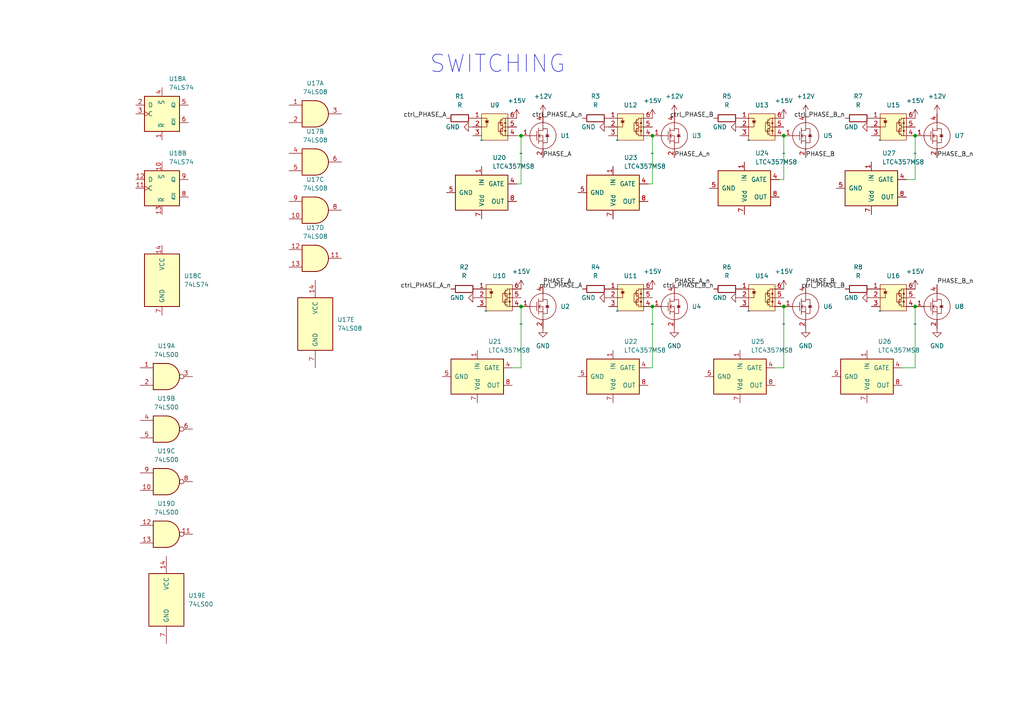
<source format=kicad_sch>
(kicad_sch (version 20230121) (generator eeschema)
  (paper "A4")
  (lib_symbols
    (symbol "74xx:74LS00" (pin_names (offset 1.016))
      (property "Reference" "U" (at 0 1.27 0))
      (property "Value" "74LS00" (at 0 -1.27 0))
      (symbol "74LS00_1_1"
        (arc (start 0 -3.81) (mid 3.7934 0) (end 0 3.81) (stroke (width 0.254)) (fill (type background)))
        (polyline (pts (xy 0 3.81) (xy -3.81 3.81) (xy -3.81 -3.81) (xy 0 -3.81)) (stroke (width 0.254)) (fill (type background)))
        (pin input line (at -7.62 2.54 0) (length 3.81) (name "~") (number "1"))
        (pin input line (at -7.62 -2.54 0) (length 3.81) (name "~") (number "2"))
        (pin output inverted (at 7.62 0 180) (length 3.81) (name "~") (number "3"))
      )
      (symbol "74LS00_1_2"
        (arc (start -3.81 -3.81) (mid -2.589 0) (end -3.81 3.81) (stroke (width 0.254)))
        (arc (start -0.6096 -3.81) (mid 2.1842 -2.5851) (end 3.81 0) (stroke (width 0.254)) (fill (type background)))
        (polyline (pts (xy -3.81 -3.81) (xy -0.635 -3.81)) (stroke (width 0.254)) (fill (type background)))
        (polyline (pts (xy -3.81 3.81) (xy -0.635 3.81)) (stroke (width 0.254)) (fill (type background)))
        (polyline (pts (xy -0.635 3.81) (xy -3.81 3.81) (xy -3.81 3.81) (xy -3.556 3.4036) (xy -3.0226 2.2606) (xy -2.6924 1.0414) (xy -2.6162 -0.254) (xy -2.7686 -1.4986) (xy -3.175 -2.7178) (xy -3.81 -3.81) (xy -3.81 -3.81) (xy -0.635 -3.81)) (stroke (width -25.4)) (fill (type background)))
        (arc (start 3.81 0) (mid 2.1915 2.5936) (end -0.6096 3.81) (stroke (width 0.254)) (fill (type background)))
        (pin input inverted (at -7.62 2.54 0) (length 4.318) (name "~") (number "1"))
        (pin input inverted (at -7.62 -2.54 0) (length 4.318) (name "~") (number "2"))
        (pin output line (at 7.62 0 180) (length 3.81) (name "~") (number "3"))
      )
      (symbol "74LS00_2_1"
        (arc (start 0 -3.81) (mid 3.7934 0) (end 0 3.81) (stroke (width 0.254)) (fill (type background)))
        (polyline (pts (xy 0 3.81) (xy -3.81 3.81) (xy -3.81 -3.81) (xy 0 -3.81)) (stroke (width 0.254)) (fill (type background)))
        (pin input line (at -7.62 2.54 0) (length 3.81) (name "~") (number "4"))
        (pin input line (at -7.62 -2.54 0) (length 3.81) (name "~") (number "5"))
        (pin output inverted (at 7.62 0 180) (length 3.81) (name "~") (number "6"))
      )
      (symbol "74LS00_2_2"
        (arc (start -3.81 -3.81) (mid -2.589 0) (end -3.81 3.81) (stroke (width 0.254)))
        (arc (start -0.6096 -3.81) (mid 2.1842 -2.5851) (end 3.81 0) (stroke (width 0.254)) (fill (type background)))
        (polyline (pts (xy -3.81 -3.81) (xy -0.635 -3.81)) (stroke (width 0.254)) (fill (type background)))
        (polyline (pts (xy -3.81 3.81) (xy -0.635 3.81)) (stroke (width 0.254)) (fill (type background)))
        (polyline (pts (xy -0.635 3.81) (xy -3.81 3.81) (xy -3.81 3.81) (xy -3.556 3.4036) (xy -3.0226 2.2606) (xy -2.6924 1.0414) (xy -2.6162 -0.254) (xy -2.7686 -1.4986) (xy -3.175 -2.7178) (xy -3.81 -3.81) (xy -3.81 -3.81) (xy -0.635 -3.81)) (stroke (width -25.4)) (fill (type background)))
        (arc (start 3.81 0) (mid 2.1915 2.5936) (end -0.6096 3.81) (stroke (width 0.254)) (fill (type background)))
        (pin input inverted (at -7.62 2.54 0) (length 4.318) (name "~") (number "4"))
        (pin input inverted (at -7.62 -2.54 0) (length 4.318) (name "~") (number "5"))
        (pin output line (at 7.62 0 180) (length 3.81) (name "~") (number "6"))
      )
      (symbol "74LS00_3_1"
        (arc (start 0 -3.81) (mid 3.7934 0) (end 0 3.81) (stroke (width 0.254)) (fill (type background)))
        (polyline (pts (xy 0 3.81) (xy -3.81 3.81) (xy -3.81 -3.81) (xy 0 -3.81)) (stroke (width 0.254)) (fill (type background)))
        (pin input line (at -7.62 -2.54 0) (length 3.81) (name "~") (number "10"))
        (pin output inverted (at 7.62 0 180) (length 3.81) (name "~") (number "8"))
        (pin input line (at -7.62 2.54 0) (length 3.81) (name "~") (number "9"))
      )
      (symbol "74LS00_3_2"
        (arc (start -3.81 -3.81) (mid -2.589 0) (end -3.81 3.81) (stroke (width 0.254)))
        (arc (start -0.6096 -3.81) (mid 2.1842 -2.5851) (end 3.81 0) (stroke (width 0.254)) (fill (type background)))
        (polyline (pts (xy -3.81 -3.81) (xy -0.635 -3.81)) (stroke (width 0.254)) (fill (type background)))
        (polyline (pts (xy -3.81 3.81) (xy -0.635 3.81)) (stroke (width 0.254)) (fill (type background)))
        (polyline (pts (xy -0.635 3.81) (xy -3.81 3.81) (xy -3.81 3.81) (xy -3.556 3.4036) (xy -3.0226 2.2606) (xy -2.6924 1.0414) (xy -2.6162 -0.254) (xy -2.7686 -1.4986) (xy -3.175 -2.7178) (xy -3.81 -3.81) (xy -3.81 -3.81) (xy -0.635 -3.81)) (stroke (width -25.4)) (fill (type background)))
        (arc (start 3.81 0) (mid 2.1915 2.5936) (end -0.6096 3.81) (stroke (width 0.254)) (fill (type background)))
        (pin input inverted (at -7.62 -2.54 0) (length 4.318) (name "~") (number "10"))
        (pin output line (at 7.62 0 180) (length 3.81) (name "~") (number "8"))
        (pin input inverted (at -7.62 2.54 0) (length 4.318) (name "~") (number "9"))
      )
      (symbol "74LS00_4_1"
        (arc (start 0 -3.81) (mid 3.7934 0) (end 0 3.81) (stroke (width 0.254)) (fill (type background)))
        (polyline (pts (xy 0 3.81) (xy -3.81 3.81) (xy -3.81 -3.81) (xy 0 -3.81)) (stroke (width 0.254)) (fill (type background)))
        (pin output inverted (at 7.62 0 180) (length 3.81) (name "~") (number "11"))
        (pin input line (at -7.62 2.54 0) (length 3.81) (name "~") (number "12"))
        (pin input line (at -7.62 -2.54 0) (length 3.81) (name "~") (number "13"))
      )
      (symbol "74LS00_4_2"
        (arc (start -3.81 -3.81) (mid -2.589 0) (end -3.81 3.81) (stroke (width 0.254)))
        (arc (start -0.6096 -3.81) (mid 2.1842 -2.5851) (end 3.81 0) (stroke (width 0.254)) (fill (type background)))
        (polyline (pts (xy -3.81 -3.81) (xy -0.635 -3.81)) (stroke (width 0.254)) (fill (type background)))
        (polyline (pts (xy -3.81 3.81) (xy -0.635 3.81)) (stroke (width 0.254)) (fill (type background)))
        (polyline (pts (xy -0.635 3.81) (xy -3.81 3.81) (xy -3.81 3.81) (xy -3.556 3.4036) (xy -3.0226 2.2606) (xy -2.6924 1.0414) (xy -2.6162 -0.254) (xy -2.7686 -1.4986) (xy -3.175 -2.7178) (xy -3.81 -3.81) (xy -3.81 -3.81) (xy -0.635 -3.81)) (stroke (width -25.4)) (fill (type background)))
        (arc (start 3.81 0) (mid 2.1915 2.5936) (end -0.6096 3.81) (stroke (width 0.254)) (fill (type background)))
        (pin output line (at 7.62 0 180) (length 3.81) (name "~") (number "11"))
        (pin input inverted (at -7.62 2.54 0) (length 4.318) (name "~") (number "12"))
        (pin input inverted (at -7.62 -2.54 0) (length 4.318) (name "~") (number "13"))
      )
      (symbol "74LS00_5_0"
        (pin power_in line (at 0 12.7 270) (length 5.08) (name "VCC") (number "14"))
        (pin power_in line (at 0 -12.7 90) (length 5.08) (name "GND") (number "7"))
      )
      (symbol "74LS00_5_1"
        (rectangle (start -5.08 7.62) (end 5.08 -7.62) (stroke (width 0.254)) (fill (type background)))
      )
    )
    (symbol "74xx:74LS08" (pin_names (offset 1.016))
      (property "Reference" "U" (at 0 1.27 0))
      (property "Value" "74LS08" (at 0 -1.27 0))
      (symbol "74LS08_1_1"
        (arc (start 0 -3.81) (mid 3.7934 0) (end 0 3.81) (stroke (width 0.254)) (fill (type background)))
        (polyline (pts (xy 0 3.81) (xy -3.81 3.81) (xy -3.81 -3.81) (xy 0 -3.81)) (stroke (width 0.254)) (fill (type background)))
        (pin input line (at -7.62 2.54 0) (length 3.81) (name "~") (number "1"))
        (pin input line (at -7.62 -2.54 0) (length 3.81) (name "~") (number "2"))
        (pin output line (at 7.62 0 180) (length 3.81) (name "~") (number "3"))
      )
      (symbol "74LS08_1_2"
        (arc (start -3.81 -3.81) (mid -2.589 0) (end -3.81 3.81) (stroke (width 0.254)))
        (arc (start -0.6096 -3.81) (mid 2.1842 -2.5851) (end 3.81 0) (stroke (width 0.254)) (fill (type background)))
        (polyline (pts (xy -3.81 -3.81) (xy -0.635 -3.81)) (stroke (width 0.254)) (fill (type background)))
        (polyline (pts (xy -3.81 3.81) (xy -0.635 3.81)) (stroke (width 0.254)) (fill (type background)))
        (polyline (pts (xy -0.635 3.81) (xy -3.81 3.81) (xy -3.81 3.81) (xy -3.556 3.4036) (xy -3.0226 2.2606) (xy -2.6924 1.0414) (xy -2.6162 -0.254) (xy -2.7686 -1.4986) (xy -3.175 -2.7178) (xy -3.81 -3.81) (xy -3.81 -3.81) (xy -0.635 -3.81)) (stroke (width -25.4)) (fill (type background)))
        (arc (start 3.81 0) (mid 2.1915 2.5936) (end -0.6096 3.81) (stroke (width 0.254)) (fill (type background)))
        (pin input inverted (at -7.62 2.54 0) (length 4.318) (name "~") (number "1"))
        (pin input inverted (at -7.62 -2.54 0) (length 4.318) (name "~") (number "2"))
        (pin output inverted (at 7.62 0 180) (length 3.81) (name "~") (number "3"))
      )
      (symbol "74LS08_2_1"
        (arc (start 0 -3.81) (mid 3.7934 0) (end 0 3.81) (stroke (width 0.254)) (fill (type background)))
        (polyline (pts (xy 0 3.81) (xy -3.81 3.81) (xy -3.81 -3.81) (xy 0 -3.81)) (stroke (width 0.254)) (fill (type background)))
        (pin input line (at -7.62 2.54 0) (length 3.81) (name "~") (number "4"))
        (pin input line (at -7.62 -2.54 0) (length 3.81) (name "~") (number "5"))
        (pin output line (at 7.62 0 180) (length 3.81) (name "~") (number "6"))
      )
      (symbol "74LS08_2_2"
        (arc (start -3.81 -3.81) (mid -2.589 0) (end -3.81 3.81) (stroke (width 0.254)))
        (arc (start -0.6096 -3.81) (mid 2.1842 -2.5851) (end 3.81 0) (stroke (width 0.254)) (fill (type background)))
        (polyline (pts (xy -3.81 -3.81) (xy -0.635 -3.81)) (stroke (width 0.254)) (fill (type background)))
        (polyline (pts (xy -3.81 3.81) (xy -0.635 3.81)) (stroke (width 0.254)) (fill (type background)))
        (polyline (pts (xy -0.635 3.81) (xy -3.81 3.81) (xy -3.81 3.81) (xy -3.556 3.4036) (xy -3.0226 2.2606) (xy -2.6924 1.0414) (xy -2.6162 -0.254) (xy -2.7686 -1.4986) (xy -3.175 -2.7178) (xy -3.81 -3.81) (xy -3.81 -3.81) (xy -0.635 -3.81)) (stroke (width -25.4)) (fill (type background)))
        (arc (start 3.81 0) (mid 2.1915 2.5936) (end -0.6096 3.81) (stroke (width 0.254)) (fill (type background)))
        (pin input inverted (at -7.62 2.54 0) (length 4.318) (name "~") (number "4"))
        (pin input inverted (at -7.62 -2.54 0) (length 4.318) (name "~") (number "5"))
        (pin output inverted (at 7.62 0 180) (length 3.81) (name "~") (number "6"))
      )
      (symbol "74LS08_3_1"
        (arc (start 0 -3.81) (mid 3.7934 0) (end 0 3.81) (stroke (width 0.254)) (fill (type background)))
        (polyline (pts (xy 0 3.81) (xy -3.81 3.81) (xy -3.81 -3.81) (xy 0 -3.81)) (stroke (width 0.254)) (fill (type background)))
        (pin input line (at -7.62 -2.54 0) (length 3.81) (name "~") (number "10"))
        (pin output line (at 7.62 0 180) (length 3.81) (name "~") (number "8"))
        (pin input line (at -7.62 2.54 0) (length 3.81) (name "~") (number "9"))
      )
      (symbol "74LS08_3_2"
        (arc (start -3.81 -3.81) (mid -2.589 0) (end -3.81 3.81) (stroke (width 0.254)))
        (arc (start -0.6096 -3.81) (mid 2.1842 -2.5851) (end 3.81 0) (stroke (width 0.254)) (fill (type background)))
        (polyline (pts (xy -3.81 -3.81) (xy -0.635 -3.81)) (stroke (width 0.254)) (fill (type background)))
        (polyline (pts (xy -3.81 3.81) (xy -0.635 3.81)) (stroke (width 0.254)) (fill (type background)))
        (polyline (pts (xy -0.635 3.81) (xy -3.81 3.81) (xy -3.81 3.81) (xy -3.556 3.4036) (xy -3.0226 2.2606) (xy -2.6924 1.0414) (xy -2.6162 -0.254) (xy -2.7686 -1.4986) (xy -3.175 -2.7178) (xy -3.81 -3.81) (xy -3.81 -3.81) (xy -0.635 -3.81)) (stroke (width -25.4)) (fill (type background)))
        (arc (start 3.81 0) (mid 2.1915 2.5936) (end -0.6096 3.81) (stroke (width 0.254)) (fill (type background)))
        (pin input inverted (at -7.62 -2.54 0) (length 4.318) (name "~") (number "10"))
        (pin output inverted (at 7.62 0 180) (length 3.81) (name "~") (number "8"))
        (pin input inverted (at -7.62 2.54 0) (length 4.318) (name "~") (number "9"))
      )
      (symbol "74LS08_4_1"
        (arc (start 0 -3.81) (mid 3.7934 0) (end 0 3.81) (stroke (width 0.254)) (fill (type background)))
        (polyline (pts (xy 0 3.81) (xy -3.81 3.81) (xy -3.81 -3.81) (xy 0 -3.81)) (stroke (width 0.254)) (fill (type background)))
        (pin output line (at 7.62 0 180) (length 3.81) (name "~") (number "11"))
        (pin input line (at -7.62 2.54 0) (length 3.81) (name "~") (number "12"))
        (pin input line (at -7.62 -2.54 0) (length 3.81) (name "~") (number "13"))
      )
      (symbol "74LS08_4_2"
        (arc (start -3.81 -3.81) (mid -2.589 0) (end -3.81 3.81) (stroke (width 0.254)))
        (arc (start -0.6096 -3.81) (mid 2.1842 -2.5851) (end 3.81 0) (stroke (width 0.254)) (fill (type background)))
        (polyline (pts (xy -3.81 -3.81) (xy -0.635 -3.81)) (stroke (width 0.254)) (fill (type background)))
        (polyline (pts (xy -3.81 3.81) (xy -0.635 3.81)) (stroke (width 0.254)) (fill (type background)))
        (polyline (pts (xy -0.635 3.81) (xy -3.81 3.81) (xy -3.81 3.81) (xy -3.556 3.4036) (xy -3.0226 2.2606) (xy -2.6924 1.0414) (xy -2.6162 -0.254) (xy -2.7686 -1.4986) (xy -3.175 -2.7178) (xy -3.81 -3.81) (xy -3.81 -3.81) (xy -0.635 -3.81)) (stroke (width -25.4)) (fill (type background)))
        (arc (start 3.81 0) (mid 2.1915 2.5936) (end -0.6096 3.81) (stroke (width 0.254)) (fill (type background)))
        (pin output inverted (at 7.62 0 180) (length 3.81) (name "~") (number "11"))
        (pin input inverted (at -7.62 2.54 0) (length 4.318) (name "~") (number "12"))
        (pin input inverted (at -7.62 -2.54 0) (length 4.318) (name "~") (number "13"))
      )
      (symbol "74LS08_5_0"
        (pin power_in line (at 0 12.7 270) (length 5.08) (name "VCC") (number "14"))
        (pin power_in line (at 0 -12.7 90) (length 5.08) (name "GND") (number "7"))
      )
      (symbol "74LS08_5_1"
        (rectangle (start -5.08 7.62) (end 5.08 -7.62) (stroke (width 0.254)) (fill (type background)))
      )
    )
    (symbol "74xx:74LS74" (pin_names (offset 1.016))
      (property "Reference" "U" (at -7.62 8.89 0))
      (property "Value" "74LS74" (at -7.62 -8.89 0))
      (symbol "74LS74_1_0"
        (pin input line (at 0 -7.62 90) (length 2.54) (name "~{R}") (number "1"))
        (pin input line (at -7.62 2.54 0) (length 2.54) (name "D") (number "2"))
        (pin input clock (at -7.62 0 0) (length 2.54) (name "C") (number "3"))
        (pin input line (at 0 7.62 270) (length 2.54) (name "~{S}") (number "4"))
        (pin output line (at 7.62 2.54 180) (length 2.54) (name "Q") (number "5"))
        (pin output line (at 7.62 -2.54 180) (length 2.54) (name "~{Q}") (number "6"))
      )
      (symbol "74LS74_1_1"
        (rectangle (start -5.08 5.08) (end 5.08 -5.08) (stroke (width 0.254)) (fill (type background)))
      )
      (symbol "74LS74_2_0"
        (pin input line (at 0 7.62 270) (length 2.54) (name "~{S}") (number "10"))
        (pin input clock (at -7.62 0 0) (length 2.54) (name "C") (number "11"))
        (pin input line (at -7.62 2.54 0) (length 2.54) (name "D") (number "12"))
        (pin input line (at 0 -7.62 90) (length 2.54) (name "~{R}") (number "13"))
        (pin output line (at 7.62 -2.54 180) (length 2.54) (name "~{Q}") (number "8"))
        (pin output line (at 7.62 2.54 180) (length 2.54) (name "Q") (number "9"))
      )
      (symbol "74LS74_2_1"
        (rectangle (start -5.08 5.08) (end 5.08 -5.08) (stroke (width 0.254)) (fill (type background)))
      )
      (symbol "74LS74_3_0"
        (pin power_in line (at 0 10.16 270) (length 2.54) (name "VCC") (number "14"))
        (pin power_in line (at 0 -10.16 90) (length 2.54) (name "GND") (number "7"))
      )
      (symbol "74LS74_3_1"
        (rectangle (start -5.08 7.62) (end 5.08 -7.62) (stroke (width 0.254)) (fill (type background)))
      )
    )
    (symbol "Device:R" (pin_numbers hide) (pin_names (offset 0))
      (property "Reference" "R" (at 2.032 0 90))
      (property "Value" "R" (at 0 0 90))
      (symbol "R_0_1"
        (rectangle (start -1.016 -2.54) (end 1.016 2.54) (stroke (width 0.254)))
      )
      (symbol "R_1_1"
        (pin passive line (at 0 3.81 270) (length 1.27) (name "~") (number "1"))
        (pin passive line (at 0 -3.81 90) (length 1.27) (name "~") (number "2"))
      )
    )
    (symbol "Power_Management:LTC4357MS8" (pin_names (offset 1.016))
      (property "Reference" "U" (at 6.35 6.35 0))
      (property "Value" "LTC4357MS8" (at 6.35 -6.35 0))
      (symbol "LTC4357MS8_0_1"
        (rectangle (start -5.08 7.62) (end 5.08 -7.62) (stroke (width 0.254)) (fill (type background)))
      )
      (symbol "LTC4357MS8_1_1"
        (pin input line (at -7.62 0 0) (length 2.54) (name "IN") (number "1"))
        (pin no_connect line (at -5.08 -2.54 0) (length 2.54) hide (name "NC") (number "2"))
        (pin no_connect line (at -5.08 -5.08 0) (length 2.54) hide (name "NC") (number "3"))
        (pin output line (at -2.54 10.16 270) (length 2.54) (name "GATE") (number "4"))
        (pin power_in line (at 0 -10.16 90) (length 2.54) (name "GND") (number "5"))
        (pin no_connect line (at 2.54 -7.62 90) (length 2.54) hide (name "NC") (number "6"))
        (pin power_in line (at 7.62 0 180) (length 2.54) (name "Vdd") (number "7"))
        (pin input line (at 2.54 10.16 270) (length 2.54) (name "OUT") (number "8"))
      )
    )
    (symbol "my parts:AQV252G"
      (property "Reference" "U" (at 0 0 0))
      (symbol "AQV252G_0_1"
        (polyline (pts (xy 5.588 3.556) (xy 5.588 1.524)))
        (polyline (pts (xy 6.604 2.54) (xy 7.112 2.54)))
        (polyline (pts (xy 6.604 5.08) (xy 7.112 5.08)))
        (polyline (pts (xy 6.858 3.81) (xy 6.858 1.27)))
        (polyline (pts (xy 7.62 1.27) (xy 6.096 1.27)))
        (polyline (pts (xy 7.62 3.81) (xy 6.096 3.81)))
        (polyline (pts (xy 7.62 6.35) (xy 6.096 6.35)))
        (polyline (pts (xy 5.334 3.048) (xy 5.334 2.032) (xy 5.334 2.54)))
        (polyline (pts (xy 5.334 5.588) (xy 5.334 4.572) (xy 5.334 4.826)))
        (polyline (pts (xy 5.588 6.096) (xy 5.588 4.064) (xy 5.588 4.826)))
        (polyline (pts (xy 6.096 1.27) (xy 6.096 1.778) (xy 5.588 1.778)))
        (polyline (pts (xy 6.096 3.302) (xy 6.096 2.54) (xy 5.588 2.54)))
        (polyline (pts (xy 6.096 3.81) (xy 6.096 3.302) (xy 5.588 3.302)))
        (polyline (pts (xy 6.096 3.81) (xy 6.096 4.318) (xy 5.588 4.318)))
        (polyline (pts (xy 6.096 4.318) (xy 6.096 5.08) (xy 5.588 5.08)))
        (polyline (pts (xy 6.096 6.35) (xy 6.096 5.842) (xy 5.588 5.842)))
        (polyline (pts (xy 6.858 6.35) (xy 6.858 3.81) (xy 6.858 4.318)))
        (polyline (pts (xy 6.604 2.794) (xy 7.112 2.794) (xy 6.858 2.54) (xy 6.604 2.794)))
        (polyline (pts (xy 5.334 5.08) (xy 4.826 5.08) (xy 4.826 2.54) (xy 5.334 2.54) (xy 5.334 2.54)))
        (polyline (pts (xy 6.604 4.826) (xy 7.112 4.826) (xy 6.858 5.08) (xy 6.604 4.826) (xy 6.858 5.08)))
        (polyline (pts (xy 0 6.35) (xy 1.524 6.35) (xy 1.524 3.81) (xy 0 3.81) (xy 1.524 3.81) (xy 1.524 5.588) (xy 2.032 5.588) (xy 1.524 5.08) (xy 1.016 5.588) (xy 1.524 5.588) (xy 1.27 5.334) (xy 1.778 5.334) (xy 1.524 5.588) (xy 1.778 5.588) (xy 1.778 5.334) (xy 1.27 5.334) (xy 1.27 5.588) (xy 1.524 5.08) (xy 2.032 5.08) (xy 1.016 5.08) (xy 1.524 5.08)))
      )
      (symbol "AQV252G_1_1"
        (rectangle (start 0 7.62) (end 7.62 0) (fill (type background)))
        (pin input line (at -2.54 6.35 0) (length 2.54) (name "") (number "1"))
        (pin input line (at -2.54 3.81 0) (length 2.54) (name "") (number "2"))
        (pin input line (at -2.54 1.27 0) (length 2.54) (name "") (number "3"))
        (pin input line (at 10.16 1.27 180) (length 2.54) (name "") (number "4"))
        (pin input line (at 10.16 3.81 180) (length 2.54) (name "") (number "5"))
        (pin input line (at 10.16 6.35 180) (length 2.54) (name "") (number "6"))
      )
    )
    (symbol "my parts:IPB032N10N5"
      (property "Reference" "U" (at 0 0 0))
      (symbol "IPB032N10N5_0_1"
        (polyline (pts (xy 4.572 6.35) (xy 4.572 3.81)))
        (polyline (pts (xy 5.08 7.366) (xy 5.08 2.794)))
        (polyline (pts (xy 6.35 3.556) (xy 5.08 3.556)))
        (polyline (pts (xy 6.35 6.604) (xy 5.08 6.604)))
        (polyline (pts (xy 6.35 6.604) (xy 6.35 8.89)))
        (polyline (pts (xy 2.54 5.08) (xy 4.318 5.08) (xy 4.572 5.08)))
        (polyline (pts (xy 7.62 5.334) (xy 7.62 7.112) (xy 6.35 7.112)))
        (polyline (pts (xy 8.128 5.334) (xy 7.112 5.334) (xy 7.62 5.334)))
        (polyline (pts (xy 6.35 1.27) (xy 6.35 5.08) (xy 5.08 5.08) (xy 5.588 5.588) (xy 5.08 5.08) (xy 5.588 4.572)))
        (polyline (pts (xy 6.35 3.048) (xy 7.62 3.048) (xy 7.62 4.826) (xy 8.128 4.826) (xy 7.62 5.334) (xy 7.112 4.826) (xy 7.62 4.826) (xy 7.62 5.334) (xy 7.874 5.08) (xy 7.62 4.826) (xy 7.366 5.08) (xy 7.366 4.826) (xy 7.874 4.826) (xy 7.874 5.08) (xy 7.366 5.08)))
        (circle (center 6.35 5.08) (radius 3.81))
      )
      (symbol "IPB032N10N5_1_1"
        (pin input line (at 0 5.08 0) (length 2.54) (name "") (number "1"))
        (pin input line (at 6.35 -1.27 90) (length 2.54) (name "") (number "2"))
        (pin input line (at 6.35 -1.27 90) (length 2.54) hide (name "") (number "3"))
        (pin input line (at 6.35 11.43 270) (length 2.54) (name "") (number "4"))
        (pin input line (at 6.35 -1.27 90) (length 2.54) hide (name "") (number "5"))
        (pin input line (at 6.35 -1.27 90) (length 2.54) hide (name "") (number "6"))
        (pin input line (at 6.35 -1.27 90) (length 2.54) hide (name "") (number "7"))
      )
    )
    (symbol "power:+12V" (power) (pin_names (offset 0))
      (property "Value" "+12V" (at 0 3.556 0))
      (symbol "+12V_0_1"
        (polyline (pts (xy -0.762 1.27) (xy 0 2.54)))
        (polyline (pts (xy 0 0) (xy 0 2.54)))
        (polyline (pts (xy 0 2.54) (xy 0.762 1.27)))
      )
      (symbol "+12V_1_1"
        (pin power_in line (at 0 0 90) (length 0) hide (name "+12V") (number "1"))
      )
    )
    (symbol "power:+15V" (power) (pin_names (offset 0))
      (property "Value" "+15V" (at 0 3.556 0))
      (symbol "+15V_0_1"
        (polyline (pts (xy -0.762 1.27) (xy 0 2.54)))
        (polyline (pts (xy 0 0) (xy 0 2.54)))
        (polyline (pts (xy 0 2.54) (xy 0.762 1.27)))
      )
      (symbol "+15V_1_1"
        (pin power_in line (at 0 0 90) (length 0) hide (name "+15V") (number "1"))
      )
    )
    (symbol "power:GND" (power) (pin_names (offset 0))
      (property "Value" "GND" (at 0 -3.81 0))
      (symbol "GND_0_1"
        (polyline (pts (xy 0 0) (xy 0 -1.27) (xy 1.27 -1.27) (xy 0 -2.54) (xy -1.27 -1.27) (xy 0 -1.27)))
      )
      (symbol "GND_1_1"
        (pin power_in line (at 0 0 270) (length 0) hide (name "GND") (number "1"))
      )
    )
  )
  (junction (at 227.33 39.37))
  (junction (at 151.13 39.37))
  (junction (at 227.33 88.9))
  (junction (at 151.13 88.9))
  (junction (at 189.23 39.37))
  (junction (at 265.43 39.37))
  (junction (at 265.43 88.9))
  (junction (at 189.23 88.9))
  (wire (pts (xy 151.13 106.68) (xy 148.59 106.68)))
  (wire (pts (xy 227.33 88.9) (xy 227.33 106.68)))
  (wire (pts (xy 151.13 88.9) (xy 151.13 106.68)))
  (wire (pts (xy 189.23 106.68) (xy 187.96 106.68)))
  (wire (pts (xy 227.33 39.37) (xy 227.33 52.07)))
  (wire (pts (xy 265.43 52.07) (xy 262.89 52.07)))
  (wire (pts (xy 189.23 53.34) (xy 187.96 53.34)))
  (wire (pts (xy 265.43 106.68) (xy 261.62 106.68)))
  (wire (pts (xy 189.23 88.9) (xy 189.23 106.68)))
  (wire (pts (xy 265.43 39.37) (xy 265.43 52.07)))
  (wire (pts (xy 151.13 53.34) (xy 149.86 53.34)))
  (wire (pts (xy 265.43 88.9) (xy 265.43 106.68)))
  (wire (pts (xy 149.86 39.37) (xy 151.13 39.37)))
  (wire (pts (xy 227.33 106.68) (xy 224.79 106.68)))
  (wire (pts (xy 189.23 39.37) (xy 189.23 53.34)))
  (wire (pts (xy 227.33 52.07) (xy 226.06 52.07)))
  (wire (pts (xy 151.13 39.37) (xy 151.13 53.34)))
  (text "SWITCHING" (at 124.46 21.59 0) (effects (font (size 5 5)) (justify left bottom)))
  (label "PHASE_B" (at 233.68 45.72 0))
  (label "PHASE_B_n" (at 271.78 45.72 0))
  (label "ctrl_PHASE_A" (at 168.91 83.82 180))
  (label "ctrl_PHASE_A_n" (at 130.81 83.82 180))
  (label "ctrl_PHASE_A_n" (at 168.91 34.29 180))
  (label "PHASE_A" (at 157.48 45.72 0))
  (label "PHASE_B" (at 233.68 82.55 0))
  (label "PHASE_B_n" (at 271.78 82.55 0))
  (label "ctrl_PHASE_B" (at 245.11 83.82 180))
  (label "ctrl_PHASE_B" (at 207.01 34.29 180))
  (label "PHASE_A_n" (at 195.58 82.55 0))
  (label "PHASE_A_n" (at 195.58 45.72 0))
  (label "ctrl_PHASE_B_n" (at 245.11 34.29 180))
  (label "PHASE_A" (at 157.48 82.55 0))
  (label "ctrl_PHASE_A" (at 129.54 34.29 180))
  (label "ctrl_PHASE_B_n" (at 207.01 83.82 180))
  (symbol (lib_id "74xx:74LS08") (at 91.44 93.98 0) (unit 5)
    (property "Reference" "U17" (at 97.79 92.71 0) (effects (justify left)))
    (property "Value" "74LS08" (at 97.79 95.25 0) (effects (justify left)))
    (property "Datasheet" "http://www.ti.com/lit/gpn/sn74LS08" (effects hide))
  )
  (symbol (lib_id "Power_Management:LTC4357MS8") (at 138.43 109.22 270) (unit 1)
    (property "Reference" "U21" (at 141.5797 99.06 90) (effects (justify left)))
    (property "Value" "LTC4357MS8" (at 141.5797 101.6 90) (effects (justify left)))
    (property "Footprint" "Package_SO:MSOP-8_3x3mm_P0.65mm" (effects hide))
    (property "Datasheet" "https://www.analog.com/media/en/technical-documentation/data-sheets/4357fd.pdf" (effects hide))
  )
  (symbol (lib_id "power:GND") (at 214.63 36.83 270) (unit 1)
    (property "Reference" "#PWR022" (effects hide))
    (property "Value" "GND" (at 210.82 36.83 90) (effects (justify right)))
  )
  (symbol (lib_id "power:+15V") (at 189.23 34.29 0) (unit 1)
    (property "Reference" "#PWR013" (effects hide))
    (property "Value" "+15V" (at 189.23 29.21 0))
  )
  (symbol (lib_id "my parts:IPB032N10N5") (at 265.43 44.45 0) (unit 1)
    (property "Reference" "U7" (at 276.86 39.37 0) (effects (justify left)))
    (property "Value" "~" (at 265.43 44.45 0))
    (property "Footprint" "Package_TO_SOT_SMD:TO-263-6" (effects hide))
  )
  (symbol (lib_id "my parts:AQV252G") (at 217.17 40.64 0) (unit 1)
    (property "Reference" "U13" (at 220.98 30.48 0))
    (property "Value" "~" (at 217.17 40.64 0))
  )
  (symbol (lib_id "power:GND") (at 137.16 36.83 270) (unit 1)
    (property "Reference" "#PWR017" (effects hide))
    (property "Value" "GND" (at 133.35 36.83 90) (effects (justify right)))
  )
  (symbol (lib_id "power:+15V") (at 151.13 83.82 0) (unit 1)
    (property "Reference" "#PWR015" (effects hide))
    (property "Value" "+15V" (at 151.13 78.74 0))
  )
  (symbol (lib_id "my parts:IPB032N10N5") (at 189.23 44.45 0) (unit 1)
    (property "Reference" "U3" (at 200.66 39.37 0) (effects (justify left)))
    (property "Value" "~" (at 189.23 44.45 0))
    (property "Footprint" "Package_TO_SOT_SMD:TO-263-6" (effects hide))
  )
  (symbol (lib_id "power:GND") (at 138.43 86.36 270) (unit 1)
    (property "Reference" "#PWR018" (effects hide))
    (property "Value" "GND" (at 134.62 86.36 90) (effects (justify right)))
  )
  (symbol (lib_id "my parts:IPB032N10N5") (at 189.23 93.98 0) (unit 1)
    (property "Reference" "U4" (at 200.66 88.9 0) (effects (justify left)))
    (property "Value" "~" (at 189.23 93.98 0))
    (property "Footprint" "Package_TO_SOT_SMD:TO-263-6" (effects hide))
  )
  (symbol (lib_id "my parts:IPB032N10N5") (at 151.13 93.98 0) (unit 1)
    (property "Reference" "U2" (at 162.56 88.9 0) (effects (justify left)))
    (property "Value" "~" (at 151.13 93.98 0))
    (property "Footprint" "Package_TO_SOT_SMD:TO-263-6" (effects hide))
  )
  (symbol (lib_id "my parts:AQV252G") (at 255.27 40.64 0) (unit 1)
    (property "Reference" "U15" (at 259.08 30.48 0))
    (property "Value" "~" (at 255.27 40.64 0))
  )
  (symbol (lib_id "power:GND") (at 214.63 86.36 270) (unit 1)
    (property "Reference" "#PWR021" (effects hide))
    (property "Value" "GND" (at 210.82 86.36 90) (effects (justify right)))
  )
  (symbol (lib_id "my parts:AQV252G") (at 140.97 90.17 0) (unit 1)
    (property "Reference" "U10" (at 144.78 80.01 0))
    (property "Value" "~" (at 140.97 90.17 0))
  )
  (symbol (lib_id "Device:R") (at 248.92 83.82 90) (unit 1)
    (property "Reference" "R8" (at 248.92 77.47 90))
    (property "Value" "R" (at 248.92 80.01 90))
  )
  (symbol (lib_id "Power_Management:LTC4357MS8") (at 215.9 54.61 270) (unit 1)
    (property "Reference" "U24" (at 219.0497 44.45 90) (effects (justify left)))
    (property "Value" "LTC4357MS8" (at 219.0497 46.99 90) (effects (justify left)))
    (property "Footprint" "Package_SO:MSOP-8_3x3mm_P0.65mm" (effects hide))
    (property "Datasheet" "https://www.analog.com/media/en/technical-documentation/data-sheets/4357fd.pdf" (effects hide))
  )
  (symbol (lib_id "74xx:74LS08") (at 91.44 74.93 0) (unit 4)
    (property "Reference" "U17" (at 91.4317 66.04 0))
    (property "Value" "74LS08" (at 91.4317 68.58 0))
    (property "Datasheet" "http://www.ti.com/lit/gpn/sn74LS08" (effects hide))
  )
  (symbol (lib_id "Device:R") (at 172.72 34.29 90) (unit 1)
    (property "Reference" "R3" (at 172.72 27.94 90))
    (property "Value" "R" (at 172.72 30.48 90))
  )
  (symbol (lib_id "power:GND") (at 252.73 36.83 270) (unit 1)
    (property "Reference" "#PWR023" (effects hide))
    (property "Value" "GND" (at 248.92 36.83 90) (effects (justify right)))
  )
  (symbol (lib_id "Device:R") (at 210.82 83.82 90) (unit 1)
    (property "Reference" "R6" (at 210.82 77.47 90))
    (property "Value" "R" (at 210.82 80.01 90))
  )
  (symbol (lib_id "power:GND") (at 271.78 95.25 0) (unit 1)
    (property "Reference" "#PWR08" (effects hide))
    (property "Value" "GND" (at 271.78 100.33 0))
  )
  (symbol (lib_id "power:+12V") (at 157.48 33.02 0) (unit 1)
    (property "Reference" "#PWR01" (effects hide))
    (property "Value" "+12V" (at 157.48 27.94 0))
  )
  (symbol (lib_id "Device:R") (at 133.35 34.29 90) (unit 1)
    (property "Reference" "R1" (at 133.35 27.94 90))
    (property "Value" "R" (at 133.35 30.48 90))
  )
  (symbol (lib_id "my parts:IPB032N10N5") (at 151.13 44.45 0) (unit 1)
    (property "Reference" "U1" (at 162.56 39.37 0) (effects (justify left)))
    (property "Value" "~" (at 151.13 44.45 0))
    (property "Footprint" "Package_TO_SOT_SMD:TO-263-6" (effects hide))
  )
  (symbol (lib_id "Power_Management:LTC4357MS8") (at 251.46 109.22 270) (unit 1)
    (property "Reference" "U26" (at 254.6097 99.06 90) (effects (justify left)))
    (property "Value" "LTC4357MS8" (at 254.6097 101.6 90) (effects (justify left)))
    (property "Footprint" "Package_SO:MSOP-8_3x3mm_P0.65mm" (effects hide))
    (property "Datasheet" "https://www.analog.com/media/en/technical-documentation/data-sheets/4357fd.pdf" (effects hide))
  )
  (symbol (lib_id "power:GND") (at 176.53 36.83 270) (unit 1)
    (property "Reference" "#PWR020" (effects hide))
    (property "Value" "GND" (at 172.72 36.83 90) (effects (justify right)))
  )
  (symbol (lib_id "power:+15V") (at 265.43 34.29 0) (unit 1)
    (property "Reference" "#PWR09" (effects hide))
    (property "Value" "+15V" (at 265.43 29.21 0))
  )
  (symbol (lib_id "my parts:IPB032N10N5") (at 265.43 93.98 0) (unit 1)
    (property "Reference" "U8" (at 276.86 88.9 0) (effects (justify left)))
    (property "Value" "~" (at 265.43 93.98 0))
    (property "Footprint" "Package_TO_SOT_SMD:TO-263-6" (effects hide))
  )
  (symbol (lib_id "Power_Management:LTC4357MS8") (at 214.63 109.22 270) (unit 1)
    (property "Reference" "U25" (at 217.7797 99.06 90) (effects (justify left)))
    (property "Value" "LTC4357MS8" (at 217.7797 101.6 90) (effects (justify left)))
    (property "Footprint" "Package_SO:MSOP-8_3x3mm_P0.65mm" (effects hide))
    (property "Datasheet" "https://www.analog.com/media/en/technical-documentation/data-sheets/4357fd.pdf" (effects hide))
  )
  (symbol (lib_id "74xx:74LS00") (at 48.26 154.94 0) (unit 4)
    (property "Reference" "U19" (at 48.2517 146.05 0))
    (property "Value" "74LS00" (at 48.2517 148.59 0))
    (property "Datasheet" "http://www.ti.com/lit/gpn/sn74ls00" (effects hide))
  )
  (symbol (lib_id "power:+12V") (at 195.58 33.02 0) (unit 1)
    (property "Reference" "#PWR02" (effects hide))
    (property "Value" "+12V" (at 195.58 27.94 0))
  )
  (symbol (lib_id "power:+15V") (at 227.33 83.82 0) (unit 1)
    (property "Reference" "#PWR011" (effects hide))
    (property "Value" "+15V" (at 227.33 78.74 0))
  )
  (symbol (lib_id "Device:R") (at 248.92 34.29 90) (unit 1)
    (property "Reference" "R7" (at 248.92 27.94 90))
    (property "Value" "R" (at 248.92 30.48 90))
  )
  (symbol (lib_id "74xx:74LS00") (at 48.26 139.7 0) (unit 3)
    (property "Reference" "U19" (at 48.2517 130.81 0))
    (property "Value" "74LS00" (at 48.2517 133.35 0))
    (property "Datasheet" "http://www.ti.com/lit/gpn/sn74ls00" (effects hide))
  )
  (symbol (lib_id "power:GND") (at 176.53 86.36 270) (unit 1)
    (property "Reference" "#PWR019" (effects hide))
    (property "Value" "GND" (at 172.72 86.36 90) (effects (justify right)))
  )
  (symbol (lib_id "power:GND") (at 233.68 95.25 0) (unit 1)
    (property "Reference" "#PWR07" (effects hide))
    (property "Value" "GND" (at 233.68 100.33 0))
  )
  (symbol (lib_id "74xx:74LS74") (at 46.99 54.61 0) (unit 2)
    (property "Reference" "U18" (at 48.9459 44.45 0) (effects (justify left)))
    (property "Value" "74LS74" (at 48.9459 46.99 0) (effects (justify left)))
    (property "Datasheet" "74xx/74hc_hct74.pdf" (effects hide))
  )
  (symbol (lib_id "74xx:74LS74") (at 46.99 33.02 0) (unit 1)
    (property "Reference" "U18" (at 48.9459 22.86 0) (effects (justify left)))
    (property "Value" "74LS74" (at 48.9459 25.4 0) (effects (justify left)))
    (property "Datasheet" "74xx/74hc_hct74.pdf" (effects hide))
  )
  (symbol (lib_id "my parts:AQV252G") (at 217.17 90.17 0) (unit 1)
    (property "Reference" "U14" (at 220.98 80.01 0))
    (property "Value" "~" (at 217.17 90.17 0))
  )
  (symbol (lib_id "74xx:74LS00") (at 48.26 109.22 0) (unit 1)
    (property "Reference" "U19" (at 48.2517 100.33 0))
    (property "Value" "74LS00" (at 48.2517 102.87 0))
    (property "Datasheet" "http://www.ti.com/lit/gpn/sn74ls00" (effects hide))
  )
  (symbol (lib_id "74xx:74LS08") (at 91.44 33.02 0) (unit 1)
    (property "Reference" "U17" (at 91.4317 24.13 0))
    (property "Value" "74LS08" (at 91.4317 26.67 0))
    (property "Datasheet" "http://www.ti.com/lit/gpn/sn74LS08" (effects hide))
  )
  (symbol (lib_id "Power_Management:LTC4357MS8") (at 177.8 55.88 270) (unit 1)
    (property "Reference" "U23" (at 180.9497 45.72 90) (effects (justify left)))
    (property "Value" "LTC4357MS8" (at 180.9497 48.26 90) (effects (justify left)))
    (property "Footprint" "Package_SO:MSOP-8_3x3mm_P0.65mm" (effects hide))
    (property "Datasheet" "https://www.analog.com/media/en/technical-documentation/data-sheets/4357fd.pdf" (effects hide))
  )
  (symbol (lib_id "power:GND") (at 252.73 86.36 270) (unit 1)
    (property "Reference" "#PWR024" (effects hide))
    (property "Value" "GND" (at 248.92 86.36 90) (effects (justify right)))
  )
  (symbol (lib_id "my parts:AQV252G") (at 179.07 90.17 0) (unit 1)
    (property "Reference" "U11" (at 182.88 80.01 0))
    (property "Value" "~" (at 179.07 90.17 0))
  )
  (symbol (lib_id "Power_Management:LTC4357MS8") (at 177.8 109.22 270) (unit 1)
    (property "Reference" "U22" (at 180.9497 99.06 90) (effects (justify left)))
    (property "Value" "LTC4357MS8" (at 180.9497 101.6 90) (effects (justify left)))
    (property "Footprint" "Package_SO:MSOP-8_3x3mm_P0.65mm" (effects hide))
    (property "Datasheet" "https://www.analog.com/media/en/technical-documentation/data-sheets/4357fd.pdf" (effects hide))
  )
  (symbol (lib_id "power:+12V") (at 233.68 33.02 0) (unit 1)
    (property "Reference" "#PWR03" (effects hide))
    (property "Value" "+12V" (at 233.68 27.94 0))
  )
  (symbol (lib_id "Device:R") (at 134.62 83.82 90) (unit 1)
    (property "Reference" "R2" (at 134.62 77.47 90))
    (property "Value" "R" (at 134.62 80.01 90))
  )
  (symbol (lib_id "my parts:IPB032N10N5") (at 227.33 93.98 0) (unit 1)
    (property "Reference" "U6" (at 238.76 88.9 0) (effects (justify left)))
    (property "Value" "~" (at 227.33 93.98 0))
    (property "Footprint" "Package_TO_SOT_SMD:TO-263-6" (effects hide))
  )
  (symbol (lib_id "power:+15V") (at 265.43 83.82 0) (unit 1)
    (property "Reference" "#PWR010" (effects hide))
    (property "Value" "+15V" (at 265.43 78.74 0))
  )
  (symbol (lib_id "74xx:74LS08") (at 91.44 46.99 0) (unit 2)
    (property "Reference" "U17" (at 91.4317 38.1 0))
    (property "Value" "74LS08" (at 91.4317 40.64 0))
    (property "Datasheet" "http://www.ti.com/lit/gpn/sn74LS08" (effects hide))
  )
  (symbol (lib_id "my parts:AQV252G") (at 255.27 90.17 0) (unit 1)
    (property "Reference" "U16" (at 259.08 80.01 0))
    (property "Value" "~" (at 255.27 90.17 0))
  )
  (symbol (lib_id "Device:R") (at 210.82 34.29 90) (unit 1)
    (property "Reference" "R5" (at 210.82 27.94 90))
    (property "Value" "R" (at 210.82 30.48 90))
  )
  (symbol (lib_id "power:+12V") (at 271.78 33.02 0) (unit 1)
    (property "Reference" "#PWR04" (effects hide))
    (property "Value" "+12V" (at 271.78 27.94 0))
  )
  (symbol (lib_id "74xx:74LS00") (at 48.26 124.46 0) (unit 2)
    (property "Reference" "U19" (at 48.2517 115.57 0))
    (property "Value" "74LS00" (at 48.2517 118.11 0))
    (property "Datasheet" "http://www.ti.com/lit/gpn/sn74ls00" (effects hide))
  )
  (symbol (lib_id "74xx:74LS74") (at 46.99 81.28 0) (unit 3)
    (property "Reference" "U18" (at 53.34 80.01 0) (effects (justify left)))
    (property "Value" "74LS74" (at 53.34 82.55 0) (effects (justify left)))
    (property "Datasheet" "74xx/74hc_hct74.pdf" (effects hide))
  )
  (symbol (lib_id "power:+15V") (at 227.33 34.29 0) (unit 1)
    (property "Reference" "#PWR012" (effects hide))
    (property "Value" "+15V" (at 227.33 29.21 0))
  )
  (symbol (lib_id "my parts:AQV252G") (at 139.7 40.64 0) (unit 1)
    (property "Reference" "U9" (at 143.51 30.48 0))
    (property "Value" "~" (at 139.7 40.64 0))
  )
  (symbol (lib_id "power:GND") (at 157.48 95.25 0) (unit 1)
    (property "Reference" "#PWR05" (effects hide))
    (property "Value" "GND" (at 157.48 100.33 0))
  )
  (symbol (lib_id "my parts:AQV252G") (at 179.07 40.64 0) (unit 1)
    (property "Reference" "U12" (at 182.88 30.48 0))
    (property "Value" "~" (at 179.07 40.64 0))
  )
  (symbol (lib_id "power:+15V") (at 149.86 34.29 0) (unit 1)
    (property "Reference" "#PWR016" (effects hide))
    (property "Value" "+15V" (at 149.86 29.21 0))
  )
  (symbol (lib_id "power:+15V") (at 189.23 83.82 0) (unit 1)
    (property "Reference" "#PWR014" (effects hide))
    (property "Value" "+15V" (at 189.23 78.74 0))
  )
  (symbol (lib_id "74xx:74LS00") (at 48.26 173.99 0) (unit 5)
    (property "Reference" "U19" (at 54.61 172.72 0) (effects (justify left)))
    (property "Value" "74LS00" (at 54.61 175.26 0) (effects (justify left)))
    (property "Datasheet" "http://www.ti.com/lit/gpn/sn74ls00" (effects hide))
  )
  (symbol (lib_id "Device:R") (at 172.72 83.82 90) (unit 1)
    (property "Reference" "R4" (at 172.72 77.47 90))
    (property "Value" "R" (at 172.72 80.01 90))
  )
  (symbol (lib_id "power:GND") (at 195.58 95.25 0) (unit 1)
    (property "Reference" "#PWR06" (effects hide))
    (property "Value" "GND" (at 195.58 100.33 0))
  )
  (symbol (lib_id "Power_Management:LTC4357MS8") (at 252.73 54.61 270) (unit 1)
    (property "Reference" "U27" (at 255.8797 44.45 90) (effects (justify left)))
    (property "Value" "LTC4357MS8" (at 255.8797 46.99 90) (effects (justify left)))
    (property "Footprint" "Package_SO:MSOP-8_3x3mm_P0.65mm" (effects hide))
    (property "Datasheet" "https://www.analog.com/media/en/technical-documentation/data-sheets/4357fd.pdf" (effects hide))
  )
  (symbol (lib_id "my parts:IPB032N10N5") (at 227.33 44.45 0) (unit 1)
    (property "Reference" "U5" (at 238.76 39.37 0) (effects (justify left)))
    (property "Value" "~" (at 227.33 44.45 0))
    (property "Footprint" "Package_TO_SOT_SMD:TO-263-6" (effects hide))
  )
  (symbol (lib_id "Power_Management:LTC4357MS8") (at 139.7 55.88 270) (unit 1)
    (property "Reference" "U20" (at 142.8497 45.72 90) (effects (justify left)))
    (property "Value" "LTC4357MS8" (at 142.8497 48.26 90) (effects (justify left)))
    (property "Footprint" "Package_SO:MSOP-8_3x3mm_P0.65mm" (effects hide))
    (property "Datasheet" "https://www.analog.com/media/en/technical-documentation/data-sheets/4357fd.pdf" (effects hide))
  )
  (symbol (lib_id "74xx:74LS08") (at 91.44 60.96 0) (unit 3)
    (property "Reference" "U17" (at 91.4317 52.07 0))
    (property "Value" "74LS08" (at 91.4317 54.61 0))
    (property "Datasheet" "http://www.ti.com/lit/gpn/sn74LS08" (effects hide))
  )
)
</source>
